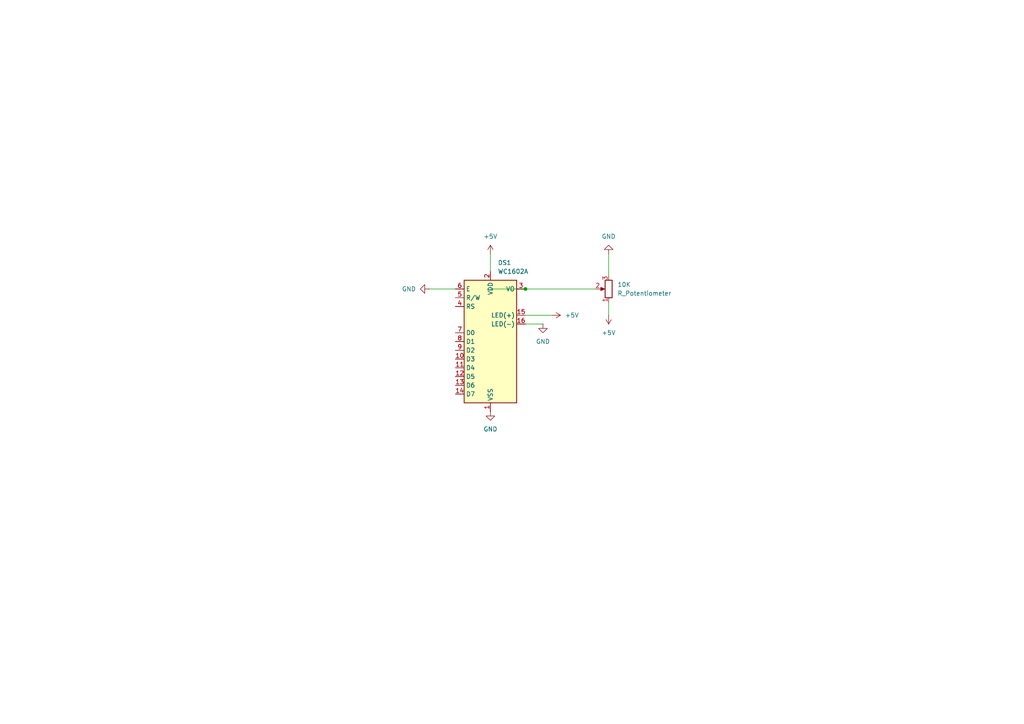
<source format=kicad_sch>
(kicad_sch (version 20250114) (generator "eeschema") (generator_version "9.0")
  (paper "A4")
  (lib_symbols
    (symbol "Device:R_Potentiometer" (pin_names (offset 1.016) (hide yes))
      (property "Reference" "RV" (at -4.445 0 90))
      (property "Value" "R_Potentiometer" (at -2.54 0 90))
      (symbol "R_Potentiometer_0_1"
        (rectangle (start 1.016 2.54) (end -1.016 -2.54) (stroke (width 0.254)))
        (polyline (pts (xy 1.143 0) (xy 2.286 0.508) (xy 2.286 -0.508) (xy 1.143 0)) (fill (type outline)))
        (polyline (pts (xy 2.54 0) (xy 1.524 0)))
      )
      (symbol "R_Potentiometer_1_1"
        (pin passive line (at 0 3.81 270) (length 1.27) (name "1") (number "1"))
        (pin passive line (at 0 -3.81 90) (length 1.27) (name "3") (number "3"))
        (pin passive line (at 3.81 0 180) (length 1.27) (name "2") (number "2"))
      )
    )
    (symbol "Display_Character:WC1602A"
      (property "Reference" "DS" (at -5.842 19.05 0))
      (property "Value" "WC1602A" (at 5.334 19.05 0))
      (symbol "WC1602A_1_1"
        (rectangle (start -7.62 17.78) (end 7.62 -17.78) (stroke (width 0.254)) (fill (type background)))
        (pin input line (at -10.16 15.24 0) (length 2.54) (name "E") (number "6"))
        (pin input line (at -10.16 12.7 0) (length 2.54) (name "R/W") (number "5"))
        (pin input line (at -10.16 10.16 0) (length 2.54) (name "RS") (number "4"))
        (pin input line (at -10.16 2.54 0) (length 2.54) (name "D0") (number "7"))
        (pin input line (at -10.16 0 0) (length 2.54) (name "D1") (number "8"))
        (pin input line (at -10.16 -2.54 0) (length 2.54) (name "D2") (number "9"))
        (pin input line (at -10.16 -5.08 0) (length 2.54) (name "D3") (number "10"))
        (pin input line (at -10.16 -7.62 0) (length 2.54) (name "D4") (number "11"))
        (pin input line (at -10.16 -10.16 0) (length 2.54) (name "D5") (number "12"))
        (pin input line (at -10.16 -12.7 0) (length 2.54) (name "D6") (number "13"))
        (pin input line (at -10.16 -15.24 0) (length 2.54) (name "D7") (number "14"))
        (pin power_in line (at 0 20.32 270) (length 2.54) (name "VDD") (number "2"))
        (pin power_in line (at 0 -20.32 90) (length 2.54) (name "VSS") (number "1"))
        (pin input line (at 10.16 15.24 180) (length 2.54) (name "VO") (number "3"))
        (pin power_in line (at 10.16 7.62 180) (length 2.54) (name "LED(+)") (number "15"))
        (pin power_in line (at 10.16 5.08 180) (length 2.54) (name "LED(-)") (number "16"))
      )
    )
    (symbol "power:+5V" (power) (pin_numbers (hide yes)) (pin_names (offset 0) (hide yes))
      (property "Value" "+5V" (at 0 3.556 0))
      (symbol "+5V_0_1"
        (polyline (pts (xy -0.762 1.27) (xy 0 2.54)))
        (polyline (pts (xy 0 2.54) (xy 0.762 1.27)))
        (polyline (pts (xy 0 0) (xy 0 2.54)))
      )
      (symbol "+5V_1_1"
        (pin power_in line (at 0 0 90) (length 0) (name "~") (number "1"))
      )
    )
    (symbol "power:GND" (power) (pin_numbers (hide yes)) (pin_names (offset 0) (hide yes))
      (property "Value" "GND" (at 0 -3.81 0))
      (symbol "GND_0_1"
        (polyline (pts (xy 0 0) (xy 0 -1.27) (xy 1.27 -1.27) (xy 0 -2.54) (xy -1.27 -1.27) (xy 0 -1.27)))
      )
      (symbol "GND_1_1"
        (pin power_in line (at 0 0 270) (length 0) (name "~") (number "1"))
      )
    )
  )
  (junction (at 152.4 83.82))
  (wire (pts (xy 152.4 93.98) (xy 157.48 93.98)))
  (wire (pts (xy 124.46 83.82) (xy 132.08 83.82)))
  (wire (pts (xy 176.53 73.66) (xy 176.53 80.01)))
  (wire (pts (xy 152.4 83.82) (xy 172.72 83.82)))
  (wire (pts (xy 142.24 83.82) (xy 152.4 83.82)))
  (wire (pts (xy 142.24 73.66) (xy 142.24 78.74)))
  (wire (pts (xy 152.4 91.44) (xy 160.02 91.44)))
  (wire (pts (xy 176.53 91.44) (xy 176.53 87.63)))
  (symbol (lib_id "power:+5V") (at 176.53 91.44 180) (unit 1)
    (property "Reference" "#PWR09" (effects (hide yes)))
    (property "Value" "+5V" (at 176.53 96.52 0))
    (property "Description" "Power symbol creates a global label with name \"+5V\"" (effects (hide yes)))
  )
  (symbol (lib_id "power:+5V") (at 160.02 91.44 270) (unit 1)
    (property "Reference" "#PWR010" (effects (hide yes)))
    (property "Value" "+5V" (at 163.83 91.4399 90) (effects (justify left)))
    (property "Description" "Power symbol creates a global label with name \"+5V\"" (effects (hide yes)))
  )
  (symbol (lib_id "power:GND") (at 176.53 73.66 180) (unit 1)
    (property "Reference" "#PWR08" (effects (hide yes)))
    (property "Value" "GND" (at 176.53 68.58 0))
    (property "Description" "Power symbol creates a global label with name \"GND\" , ground" (effects (hide yes)))
  )
  (symbol (lib_id "Display_Character:WC1602A") (at 142.24 99.06 0) (unit 1)
    (property "Reference" "DS1" (at 144.3833 76.2 0) (effects (justify left)))
    (property "Value" "WC1602A" (at 144.3833 78.74 0) (effects (justify left)))
    (property "Footprint" "Display:WC1602A" (effects (hide yes)))
    (property "Datasheet" "http://www.wincomlcd.com/pdf/WC1602A-SFYLYHTC06.pdf" (effects (hide yes)))
    (property "Description" "LCD 16x2 Alphanumeric , 8 bit parallel bus, 5V VDD" (effects (hide yes)))
  )
  (symbol (lib_id "power:GND") (at 157.48 93.98 0) (unit 1)
    (property "Reference" "#PWR011" (effects (hide yes)))
    (property "Value" "GND" (at 157.48 99.06 0))
    (property "Description" "Power symbol creates a global label with name \"GND\" , ground" (effects (hide yes)))
  )
  (symbol (lib_id "power:GND") (at 142.24 119.38 0) (unit 1)
    (property "Reference" "#PWR013" (effects (hide yes)))
    (property "Value" "GND" (at 142.24 124.46 0))
    (property "Description" "Power symbol creates a global label with name \"GND\" , ground" (effects (hide yes)))
  )
  (symbol (lib_id "Device:R_Potentiometer") (at 176.53 83.82 180) (unit 1)
    (property "Reference" "10K" (at 179.07 82.5499 0) (effects (justify right)))
    (property "Value" "R_Potentiometer" (at 179.07 85.0899 0) (effects (justify right)))
    (property "Description" "Potentiometer" (effects (hide yes)))
  )
  (symbol (lib_id "power:GND") (at 124.46 83.82 270) (unit 1)
    (property "Reference" "#PWR012" (effects (hide yes)))
    (property "Value" "GND" (at 120.65 83.8199 90) (effects (justify right)))
    (property "Description" "Power symbol creates a global label with name \"GND\" , ground" (effects (hide yes)))
  )
  (symbol (lib_id "power:+5V") (at 142.24 73.66 0) (unit 1)
    (property "Reference" "#PWR014" (effects (hide yes)))
    (property "Value" "+5V" (at 142.24 68.58 0))
    (property "Description" "Power symbol creates a global label with name \"+5V\"" (effects (hide yes)))
  )
)
</source>
